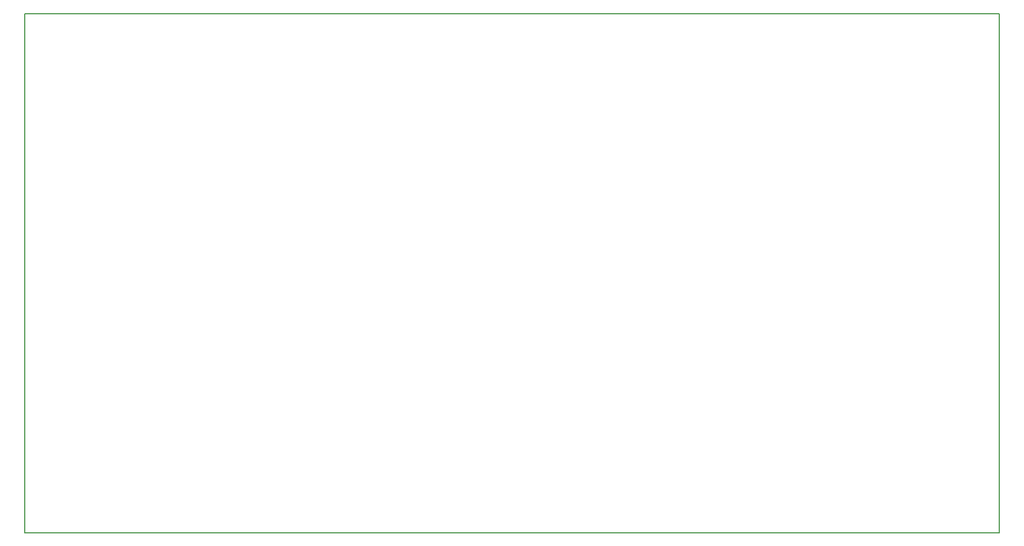
<source format=gm1>
G04*
G04 #@! TF.GenerationSoftware,Altium Limited,Altium Designer,22.9.1 (49)*
G04*
G04 Layer_Color=16711935*
%FSLAX25Y25*%
%MOIN*%
G70*
G04*
G04 #@! TF.SameCoordinates,EA2DCB70-2D32-4E2D-AF08-B15159FC065B*
G04*
G04*
G04 #@! TF.FilePolarity,Positive*
G04*
G01*
G75*
%ADD12C,0.00500*%
D12*
X0Y0D02*
X591000D01*
X-0Y314961D02*
X0Y0D01*
X-0Y314961D02*
X591000D01*
X591000Y0D01*
M02*

</source>
